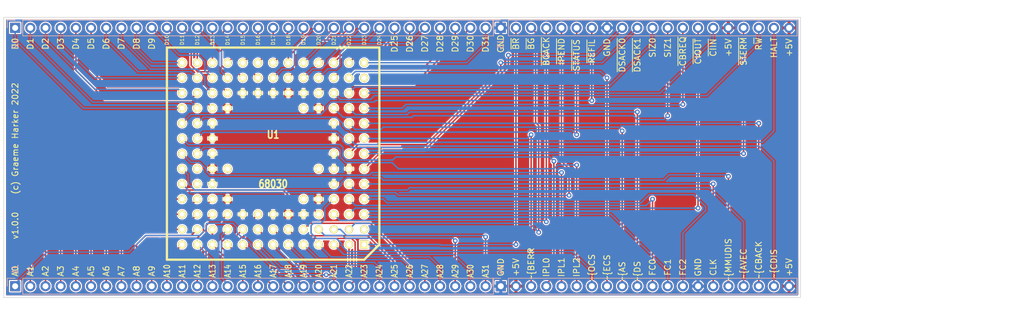
<source format=kicad_pcb>
(kicad_pcb (version 20211014) (generator pcbnew)
  (layers (0 "F.Cu" signal) (31 "B.Cu" signal) (34 "B.Paste" user) (35 "F.Paste" user) (36 "B.SilkS" user "B.Silkscreen") (37 "F.SilkS" user "F.Silkscreen") (38 "B.Mask" user) (39 "F.Mask" user) (44 "Edge.Cuts" user))
  (net 0 "")
  (net 1 "/A0")
  (net 2 "/A30")
  (net 3 "/A28")
  (net 4 "/A26")
  (net 5 "/A24")
  (net 6 "/A23")
  (net 7 "/A21")
  (net 8 "/A19")
  (net 9 "/A17")
  (net 10 "/A15")
  (net 11 "/A13")
  (net 12 "/A10")
  (net 13 "/A31")
  (net 14 "/A29")
  (net 15 "/A27")
  (net 16 "/A25")
  (net 17 "/A22")
  (net 18 "/A20")
  (net 19 "/A16")
  (net 20 "/A14")
  (net 21 "/A12")
  (net 22 "/A8")
  (net 23 "/A7")
  (net 24 "/FC1")
  (net 25 "/A1")
  (net 26 "GND")
  (net 27 "/A18")
  (net 28 "/A11")
  (net 29 "/A9")
  (net 30 "/A5")
  (net 31 "/A4")
  (net 32 "/FC2")
  (net 33 "/FC0")
  (net 35 "/A6")
  (net 36 "/A3")
  (net 37 "/A2")
  (net 38 "/CLK")
  (net 39 "/~{AVEC}")
  (net 43 "/IPL2")
  (net 44 "/IPL1")
  (net 45 "/~{BERR}")
  (net 46 "/IPL0")
  (net 48 "/D5")
  (net 49 "/D1")
  (net 50 "/D0")
  (net 51 "/D4")
  (net 52 "/D2")
  (net 53 "/D3")
  (net 54 "/D30")
  (net 55 "/D10")
  (net 56 "/D7")
  (net 57 "/D29")
  (net 58 "/D27")
  (net 59 "/D24")
  (net 60 "/D22")
  (net 61 "/D20")
  (net 62 "/D17")
  (net 63 "/D14")
  (net 64 "/D12")
  (net 65 "/D9")
  (net 66 "/D6")
  (net 67 "/D31")
  (net 68 "/D28")
  (net 69 "/D26")
  (net 70 "/D25")
  (net 71 "/D23")
  (net 72 "/D21")
  (net 73 "/D19")
  (net 74 "/D18")
  (net 75 "/D16")
  (net 76 "/D15")
  (net 77 "/D13")
  (net 78 "/D11")
  (net 79 "/D8")
  (net 80 "/~{BR}")
  (net 81 "/~{BG}")
  (net 82 "/~{BGACK}")
  (net 83 "/~{IPEND}")
  (net 84 "/~{STATUS}")
  (net 85 "/~{REFIL}")
  (net 86 "/~{DSACK0}")
  (net 87 "/~{DSACK1}")
  (net 88 "/~{CBREQ}")
  (net 89 "/~{CIOUT}")
  (net 90 "/~{CIIN}")
  (net 91 "/R{slash}~{W}")
  (net 92 "/~{HALT}")
  (net 93 "/~{OCS}")
  (net 94 "/~{ECS}")
  (net 95 "/~{AS}")
  (net 96 "/~{DS}")
  (net 97 "/~{CDIS}")
  (net 98 "/~{RMC}")
  (net 99 "+5V")
  (net 100 "/~{RESET}")
  (net 101 "/~{DBEN}")
  (net 102 "/SIZ0")
  (net 103 "/SIZ1")
  (net 104 "/~{STERM}")
  (net 105 "/~{MMUDIS}")
  (net 106 "/~{CBACK}")
  (footprint "PGA:PGA128" (layer "F.Cu") (at 134.62 86.36)
    (fp_text reference "U1")
    (fp_text value "68030")
  )
  (footprint "Connector_PinHeader_2.54mm:PinHeader_1x20_P2.54mm_Vertical" (layer "B.Cu") (at 172.72 65.278 -90)
    (fp_text reference "J3")
    (fp_text value "Conn_01x20")
  )
  (footprint "Connector_PinHeader_2.54mm:PinHeader_1x32_P2.54mm_Vertical" (layer "B.Cu") (at 91.435 108.585 -90)
    (fp_text reference "J1")
    (fp_text value "Conn_01x32")
  )
  (footprint "Connector_PinHeader_2.54mm:PinHeader_1x32_P2.54mm_Vertical" (layer "B.Cu") (at 91.44 65.278 -90)
    (fp_text reference "J2")
    (fp_text value "Conn_01x32")
  )
  (footprint "Connector_PinHeader_2.54mm:PinHeader_1x20_P2.54mm_Vertical" (layer "B.Cu") (at 172.72 108.585 -90)
    (fp_text reference "J4")
    (fp_text value "Conn_01x20")
  )
  (gr_line (start 222.885 110.49) (end 89.535 110.49) (layer "Edge.Cuts") (width 0.1))
  (gr_line (start 89.535 110.49) (end 89.535 63.5) (layer "Edge.Cuts") (width 0.1))
  (gr_line (start 222.885 63.5) (end 222.885 110.49) (layer "Edge.Cuts") (width 0.1))
  (gr_line (start 89.535 63.5) (end 222.885 63.5) (layer "Edge.Cuts") (width 0.1))
  (gr_text "~{ECS" (at 190.5 105.41 90) (layer "F.SilkS") (effects (font (size 1 1))))
  (gr_text "A18\n" (at 137.16 106.045 90) (layer "F.SilkS") (effects (font (size 1 0.8))))
  (gr_text "A5\n" (at 104.14 106.045 90) (layer "F.SilkS") (effects (font (size 1 1))))
  (gr_text "A11\n" (at 119.38 106.045 90) (layer "F.SilkS") (effects (font (size 1 0.8))))
  (gr_text "~{IPEND}" (at 182.88 69.215 90) (layer "F.SilkS") (effects (font (size 1 1))))
  (gr_text "A24\n" (at 152.4 106.045 90) (layer "F.SilkS") (effects (font (size 1 0.8))))
  (gr_text "GND" (at 190.5 68.58 90) (layer "F.SilkS") (effects (font (size 1 1))))
  (gr_text "A12\n" (at 121.92 106.045 90) (layer "F.SilkS") (effects (font (size 1 0.8))))
  (gr_text "~{BGACK}" (at 180.34 69.215 90) (layer "F.SilkS") (effects (font (size 1 1))))
  (gr_text "D3\n" (at 99.06 67.945 90) (layer "F.SilkS") (effects (font (size 1 1))))
  (gr_text "D8\n" (at 111.76 67.945 90) (layer "F.SilkS") (effects (font (size 1 1))))
  (gr_text "~{CBACK" (at 215.9 104.14 90) (layer "F.SilkS") (effects (font (size 1 1))))
  (gr_text "D7\n" (at 109.22 67.945 90) (layer "F.SilkS") (effects (font (size 1 1))))
  (gr_text "A17\n" (at 134.62 106.045 90) (layer "F.SilkS") (effects (font (size 1 0.8))))
  (gr_text "~{BR}" (at 175.26 67.945 90) (layer "F.SilkS") (effects (font (size 1 1))))
  (gr_text "A22\n" (at 147.32 106.045 90) (layer "F.SilkS") (effects (font (size 1 0.8))))
  (gr_text "~{AVEC" (at 213.36 104.775 90) (layer "F.SilkS") (effects (font (size 1 1))))
  (gr_text "D15\n" (at 129.54 67.31 90) (layer "F.SilkS") (effects (font (size 0.6 0.6) (thickness 0.1))))
  (gr_text "+5V\n" (at 175.26 105.41 90) (layer "F.SilkS") (effects (font (size 1 1))))
  (gr_text "+5V" (at 210.82 68.58 90) (layer "F.SilkS") (effects (font (size 1 1))))
  (gr_text "D19" (at 139.7 67.31 90) (layer "F.SilkS") (effects (font (size 0.6 0.6) (thickness 0.1))))
  (gr_text "A30" (at 167.64 106.045 90) (layer "F.SilkS") (effects (font (size 1 0.8))))
  (gr_text "A23\n" (at 149.86 106.045 90) (layer "F.SilkS") (effects (font (size 1 0.8))))
  (gr_text "A13\n" (at 124.46 106.045 90) (layer "F.SilkS") (effects (font (size 1 0.8))))
  (gr_text "D11\n" (at 119.38 67.31 90) (layer "F.SilkS") (effects (font (size 0.6 0.6) (thickness 0.1))))
  (gr_text "D13\n" (at 124.46 67.31 90) (layer "F.SilkS") (effects (font (size 0.6 0.6) (thickness 0.1))))
  (gr_text "A10\n" (at 116.84 106.045 90) (layer "F.SilkS") (effects (font (size 1 0.8))))
  (gr_text "D1" (at 93.98 67.945 90) (layer "F.SilkS") (effects (font (size 1 1))))
  (gr_text "D16\n" (at 132.08 67.31 90) (layer "F.SilkS") (effects (font (size 0.6 0.6) (thickness 0.1))))
  (gr_text "D27\n" (at 160.02 67.945 90) (layer "F.SilkS") (effects (font (size 1 1))))
  (gr_text "~{REFIL}" (at 187.96 69.215 90) (layer "F.SilkS") (effects (font (size 1 1))))
  (gr_text "A27\n" (at 160.02 106.045 90) (layer "F.SilkS") (effects (font (size 1 0.8))))
  (gr_text "D10\n" (at 116.84 67.31 90) (layer "F.SilkS") (effects (font (size 0.6 0.6) (thickness 0.1))))
  (gr_text "+5V" (at 220.98 105.41 90) (layer "F.SilkS") (effects (font (size 1 1))))
  (gr_text "~{CDIS" (at 218.44 104.775 90) (layer "F.SilkS") (effects (font (size 1 1))))
  (gr_text "~{BERR" (at 177.8 104.775 90) (layer "F.SilkS") (effects (font (size 1 1))))
  (gr_text "~{MMUDIS" (at 210.82 104.14 90) (layer "F.SilkS") (effects (font (size 1 1))))
  (gr_text "FC1" (at 200.66 105.41 90) (layer "F.SilkS") (effects (font (size 1 1))))
  (gr_text "A8\n" (at 111.76 106.045 90) (layer "F.SilkS") (effects (font (size 1 1))))
  (gr_text "~{STATUS}" (at 185.42 69.85 90) (layer "F.SilkS") (effects (font (size 1 1))))
  (gr_text "D6\n" (at 106.68 67.945 90) (layer "F.SilkS") (effects (font (size 1 1))))
  (gr_text "+5V" (at 220.98 68.58 90) (layer "F.SilkS") (effects (font (size 1 1))))
  (gr_text "A1\n" (at 93.98 106.045 90) (layer "F.SilkS") (effects (font (size 1 1))))
  (gr_text "D31\n" (at 170.18 67.945 90) (layer "F.SilkS") (effects (font (size 1 1))))
  (gr_text "A3\n" (at 99.06 106.045 90) (layer "F.SilkS") (effects (font (size 1 1))))
  (gr_text "D25\n" (at 154.94 67.945 90) (layer "F.SilkS") (effects (font (size 1 1))))
  (gr_text "FC0\n" (at 198.12 105.41 90) (layer "F.SilkS") (effects (font (size 1 1))))
  (gr_text "A31\n" (at 170.18 106.045 90) (layer "F.SilkS") (effects (font (size 1 0.8))))
  (gr_text "D28" (at 162.56 67.945 90) (layer "F.SilkS") (effects (font (size 1 1))))
  (gr_text "D23" (at 149.86 67.31 90) (layer "F.SilkS") (effects (font (size 0.6 0.6) (thickness 0.1))))
  (gr_text "D5\n" (at 104.14 67.945 90) (layer "F.SilkS") (effects (font (size 1 1))))
  (gr_text "D14\n" (at 127 67.31 90) (layer "F.SilkS") (effects (font (size 0.6 0.6) (thickness 0.1))))
  (gr_text "CLK\n" (at 208.28 105.41 90) (layer "F.SilkS") (effects (font (size 1 1))))
  (gr_text "A9\n" (at 114.3 106.045 90) (layer "F.SilkS") (effects (font (size 1 1))))
  (gr_text "D0\n" (at 91.44 67.945 90) (layer "F.SilkS") (effects (font (size 1 1))))
  (gr_text "A19\n" (at 139.7 106.045 90) (layer "F.SilkS") (effects (font (size 1 0.8))))
  (gr_text "SIZ1" (at 200.66 68.58 90) (layer "F.SilkS") (effects (font (size 1 1))))
  (gr_text "D29" (at 165.1 67.945 90) (layer "F.SilkS") (effects (font (size 1 1))))
  (gr_text "D17\n" (at 134.62 67.31 90) (layer "F.SilkS") (effects (font (size 0.6 0.6) (thickness 0.1))))
  (gr_text "A20" (at 142.24 106.045 90) (layer "F.SilkS") (effects (font (size 1 0.8))))
  (gr_text "A26\n" (at 157.48 106.045 90) (layer "F.SilkS") (effects (font (size 1 0.8))))
  (gr_text "A14" (at 127 106.045 90) (layer "F.SilkS") (effects (font (size 1 0.8))))
  (gr_text "A4\n" (at 101.6 106.045 90) (layer "F.SilkS") (effects (font (size 1 1))))
  (gr_text "GND" (at 172.72 67.945 90) (layer "F.SilkS") (effects (font (size 1 1))))
  (gr_text "D9\n" (at 114.3 67.945 90) (layer "F.SilkS") (effects (font (size 1 1))))
  (gr_text "D2" (at 96.52 67.945 90) (layer "F.SilkS") (effects (font (size 1 1))))
  (gr_text "GND\n" (at 172.72 105.41 90) (layer "F.SilkS") (effects (font (size 1 1))))
  (gr_text "A28\n" (at 162.56 106.045 90) (layer "F.SilkS") (effects (font (size 1 0.8))))
  (gr_text "D30\n" (at 167.64 67.945 90) (layer "F.SilkS") (effects (font (size 1 1))))
  (gr_text "FC2\n" (at 203.2 105.41 90) (layer "F.SilkS") (effects (font (size 1 1))))
  (gr_text "~{STERM}" (at 213.36 69.215 90) (layer "F.SilkS") (effects (font (size 1 1))))
  (gr_text "A6\n" (at 106.68 106.045 90) (layer "F.SilkS") (effects (font (size 1 1))))
  (gr_text "A29\n" (at 165.1 106.045 90) (layer "F.SilkS") (effects (font (size 1 0.8))))
  (gr_text "~{DS" (at 195.58 106.045 90) (layer "F.SilkS") (effects (font (size 1 1))))
  (gr_text "D22" (at 147.32 67.31 90) (layer "F.SilkS") (effects (font (size 0.6 0.6) (thickness 0.1))))
  (gr_text "D4\n" (at 101.6 67.945 90) (layer "F.SilkS") (effects (font (size 1 1))))
  (gr_text "D26" (at 157.48 67.945 90) (layer "F.SilkS") (effects (font (size 1 1))))
  (gr_text "~{CIIN}" (at 208.28 68.58 90) (layer "F.SilkS") (effects (font (size 1 1))))
  (gr_text "A0\n" (at 91.44 106.045 90) (layer "F.SilkS") (effects (font (size 1 1))))
  (gr_text "R~{W}" (at 215.9 67.945 90) (layer "F.SilkS") (effects (font (size 1 1))))
  (gr_text "D12\n" (at 121.92 67.31 90) (layer "F.SilkS") (effects (font (size 0.6 0.6) (thickness 0.1))))
  (gr_text "~{CBREQ}" (at 203.2 69.215 90) (layer "F.SilkS") (effects (font (size 1 1))))
  (gr_text "D20" (at 142.24 67.31 90) (layer "F.SilkS") (effects (font (size 0.6 0.6) (thickness 0.1))))
  (gr_text "D24\n" (at 152.4 67.31 90) (layer "F.SilkS") (effects (font (size 0.6 0.6) (thickness 0.1))))
  (gr_text "IPL0\n" (at 180.34 105.41 90) (layer "F.SilkS") (effects (font (size 1 1))))
  (gr_text "~{DSACK0}" (at 193.04 69.85 90) (layer "F.SilkS") (effects (font (size 1 1))))
  (gr_text "SIZ0" (at 198.12 68.58 90) (layer "F.SilkS") (effects (font (size 1 1))))
  (gr_text "A15\n" (at 129.54 106.045 90) (layer "F.SilkS") (effects (font (size 1 0.8))))
  (gr_text "(c) Graeme Harker 2022" (at 91.44 83.82 90) (layer "F.SilkS") (effects (font (size 1 1))))
  (gr_text "IPL2\n" (at 185.42 105.41 90) (layer "F.SilkS") (effects (font (size 1 1))))
  (gr_text "~{BG}" (at 177.8 67.945 90) (layer "F.SilkS") (effects (font (size 1 1))))
  (gr_text "D21" (at 144.78 67.31 90) (layer "F.SilkS") (effects (font (size 0.6 0.6) (thickness 0.1))))
  (gr_text "~{AS" (at 193.04 106.045 90) (layer "F.SilkS") (effects (font (size 1 1))))
  (gr_text "A25\n" (at 154.94 106.045 90) (layer "F.SilkS") (effects (font (size 1 0.8))))
  (gr_text "A2\n" (at 96.52 106.045 90) (layer "F.SilkS") (effects (font (size 1 1))))
  (gr_text "v1.0.0" (at 91.44 98.425 90) (layer "F.SilkS") (effects (font (size 1 1))))
  (gr_text "~{DSACK1}" (at 195.58 69.85 90) (layer "F.SilkS") (effects (font (size 1 1))))
  (gr_text "A7\n" (at 109.22 106.045 90) (layer "F.SilkS") (effects (font (size 1 1))))
  (gr_text "D18" (at 137.16 67.31 90) (layer "F.SilkS") (effects (font (size 0.6 0.6) (thickness 0.1))))
  (gr_text "HALT" (at 218.44 68.58 90) (layer "F.SilkS") (effects (font (size 1 1))))
  (gr_text "A16\n" (at 132.08 106.045 90) (layer "F.SilkS") (effects (font (size 1 0.8))))
  (gr_text "~{OCS" (at 187.96 105.41 90) (layer "F.SilkS") (effects (font (size 1 1))))
  (gr_text "GND" (at 205.74 105.41 90) (layer "F.SilkS") (effects (font (size 1 1))))
  (gr_text "A21\n" (at 144.78 106.045 90) (layer "F.SilkS") (effects (font (size 1 0.8))))
  (gr_text "~{CIOUT}" (at 205.74 69.215 90) (layer "F.SilkS") (effects (font (size 1 1))))
  (gr_text "IPL1\n" (at 182.88 105.41 90) (layer "F.SilkS") (effects (font (size 1 1))))
  (segment (start 146.685 106.68) (end 143.51 106.68) (width 0.25) (layer "F.Cu") (net 1))
  (segment (start 147.32 106.045) (end 146.685 106.68) (width 0.25) (layer "F.Cu") (net 1))
  (segment (start 147.32 101.6) (end 147.32 106.045) (width 0.25) (layer "F.Cu") (net 1))
  (via (at 143.51 106.68) (size 0.8) (drill 0.4) (layers "F.Cu" "B.Cu") (net 1))
  (segment (start 123.578011 98.036989) (end 123.436989 98.178011) (width 0.25) (layer "B.Cu") (net 1))
  (segment (start 130.81 101.423243) (end 129.963746 100.576989) (width 0.25) (layer "B.Cu") (net 1))
  (segment (start 122.343746 100.083011) (end 113.276989 100.083011) (width 0.25) (layer "B.Cu") (net 1))
  (segment (start 129.54 100.576989) (end 128.516989 99.553978) (width 0.25) (layer "B.Cu") (net 1))
  (segment (start 123.436989 98.989768) (end 122.343746 100.083011) (width 0.25) (layer "B.Cu") (net 1))
  (segment (start 96.769 102.87) (end 91.435 108.204) (width 0.25) (layer "B.Cu") (net 1))
  (segment (start 123.436989 98.178011) (end 123.436989 98.989768) (width 0.25) (layer "B.Cu") (net 1))
  (segment (start 127.881989 98.036989) (end 123.578011 98.036989) (width 0.25) (layer "B.Cu") (net 1))
  (segment (start 143.51 106.68) (end 135.713243 106.68) (width 0.25) (layer "B.Cu") (net 1))
  (segment (start 130.81 101.776757) (end 130.81 101.423243) (width 0.25) (layer "B.Cu") (net 1))
  (segment (start 113.276989 100.083011) (end 110.49 102.87) (width 0.25) (layer "B.Cu") (net 1))
  (segment (start 135.713243 106.68) (end 130.81 101.776757) (width 0.25) (layer "B.Cu") (net 1))
  (segment (start 128.516989 98.671989) (end 127.881989 98.036989) (width 0.25) (layer "B.Cu") (net 1))
  (segment (start 128.516989 99.553978) (end 128.516989 98.671989) (width 0.25) (layer "B.Cu") (net 1))
  (segment (start 129.963746 100.576989) (end 129.54 100.576989) (width 0.25) (layer "B.Cu") (net 1))
  (segment (start 110.49 102.87) (end 96.769 102.87) (width 0.25) (layer "B.Cu") (net 1))
  (segment (start 164.82596 103.24096) (end 146.42096 103.24096) (width 0.25) (layer "B.Cu") (net 2))
  (segment (start 167.635 108.204) (end 167.635 106.05) (width 0.25) (layer "B.Cu") (net 2))
  (segment (start 146.42096 103.24096) (end 144.78 101.6) (width 0.25) (layer "B.Cu") (net 2))
  (segment (start 167.635 106.05) (end 164.82596 103.24096) (width 0.25) (layer "B.Cu") (net 2))
  (segment (start 162.555 105.415) (end 162.555 108.204) (width 0.25) (layer "B.Cu") (net 3))
  (segment (start 162.555 105.415) (end 162.555 105.405) (width 0.25) (layer "B.Cu") (net 3))
  (segment (start 142.24 101.6) (end 144.33048 103.69048) (width 0.25) (layer "B.Cu") (net 3))
  (segment (start 162.555 105.405) (end 160.84048 103.69048) (width 0.25) (layer "B.Cu") (net 3))
  (segment (start 144.33048 103.69048) (end 160.84048 103.69048) (width 0.25) (layer "B.Cu") (net 3))
  (segment (start 156.21 104.14) (end 157.48 105.41) (width 0.25) (layer "B.Cu") (net 4))
  (segment (start 157.475 105.415) (end 157.475 108.204) (width 0.25) (layer "B.Cu") (net 4))
  (segment (start 139.7 101.6) (end 142.24 104.14) (width 0.25) (layer "B.Cu") (net 4))
  (segment (start 142.24 104.14) (end 156.21 104.14) (width 0.25) (layer "B.Cu") (net 4))
  (segment (start 137.16 101.6) (end 140.14952 104.58952) (width 0.25) (layer "B.Cu") (net 5))
  (segment (start 151.57952 104.58952) (end 152.4 105.41) (width 0.25) (layer "B.Cu") (net 5))
  (segment (start 152.395 105.415) (end 152.395 108.204) (width 0.25) (layer "B.Cu") (net 5))
  (segment (start 140.14952 104.58952) (end 151.57952 104.58952) (width 0.25) (layer "B.Cu") (net 5))
  (segment (start 134.62 101.6) (end 138.05904 105.03904) (width 0.25) (layer "B.Cu") (net 6))
  (segment (start 138.05904 105.03904) (end 149.48904 105.03904) (width 0.25) (layer "B.Cu") (net 6))
  (segment (start 149.48904 105.03904) (end 149.855 105.405) (width 0.25) (layer "B.Cu") (net 6))
  (segment (start 149.855 105.405) (end 149.855 108.204) (width 0.25) (layer "B.Cu") (net 6))
  (segment (start 132.08 101.6) (end 135.96856 105.48856) (width 0.25) (layer "B.Cu") (net 7))
  (segment (start 144.22356 105.48856) (end 144.775 106.04) (width 0.25) (layer "B.Cu") (net 7))
  (segment (start 144.775 106.04) (end 144.775 108.204) (width 0.25) (layer "B.Cu") (net 7))
  (segment (start 135.96856 105.48856) (end 144.22356 105.48856) (width 0.25) (layer "B.Cu") (net 7))
  (segment (start 136.525 106.045) (end 137.155 106.045) (width 0.25) (layer "F.Cu") (net 8))
  (segment (start 129.54 101.6) (end 133.985 106.045) (width 0.25) (layer "F.Cu") (net 8))
  (segment (start 137.155 106.045) (end 139.695 108.585) (width 0.25) (layer "F.Cu") (net 8))
  (segment (start 133.985 106.045) (end 136.525 106.045) (width 0.25) (layer "F.Cu") (net 8))
  (segment (start 132.71 106.68) (end 134.615 108.585) (width 0.25) (layer "F.Cu") (net 9))
  (segment (start 132.08 106.68) (end 132.71 106.68) (width 0.25) (layer "F.Cu") (net 9))
  (segment (start 127 101.6) (end 132.08 106.68) (width 0.25) (layer "F.Cu") (net 9))
  (segment (start 129.535 106.675) (end 129.535 108.585) (width 0.25) (layer "F.Cu") (net 10))
  (segment (start 124.46 101.6) (end 129.535 106.675) (width 0.25) (layer "F.Cu") (net 10))
  (segment (start 124.455 104.135) (end 124.455 108.204) (width 0.25) (layer "B.Cu") (net 11))
  (segment (start 121.92 101.6) (end 124.455 104.135) (width 0.25) (layer "B.Cu") (net 11))
  (segment (start 119.38 101.6) (end 116.835 104.145) (width 0.25) (layer "F.Cu") (net 12))
  (segment (start 116.835 104.145) (end 116.835 108.585) (width 0.25) (layer "F.Cu") (net 12))
  (segment (start 170.18 100.33) (end 170.175 108.585) (width 0.25) (layer "F.Cu") (net 13))
  (via (at 170.18 100.33) (size 0.8) (drill 0.4) (layers "F.Cu" "B.Cu") (net 13))
  (segment (start 144.78 99.06) (end 145.873243 99.06) (width 0.25) (layer "B.Cu") (net 13))
  (segment (start 145.873243 99.06) (end 146.896254 100.083011) (width 0.25) (layer "B.Cu") (net 13))
  (segment (start 169.933011 100.083011) (end 170.18 100.33) (width 0.25) (layer "B.Cu") (net 13))
  (segment (start 146.896254 100.083011) (end 169.933011 100.083011) (width 0.25) (layer "B.Cu") (net 13))
  (segment (start 165.1 100.965) (end 165.095 108.585) (width 0.25) (layer "F.Cu") (net 14))
  (via (at 165.1 100.965) (size 0.8) (drill 0.4) (layers "F.Cu" "B.Cu") (net 14))
  (segment (start 142.24 99.06) (end 143.263011 100.083011) (width 0.25) (layer "B.Cu") (net 14))
  (segment (start 143.263011 100.083011) (end 146.260536 100.083011) (width 0.25) (layer "B.Cu") (net 14))
  (segment (start 146.260536 100.083011) (end 146.710056 100.532531) (width 0.25) (layer "B.Cu") (net 14))
  (segment (start 164.667531 100.532531) (end 165.1 100.965) (width 0.25) (layer "B.Cu") (net 14))
  (segment (start 146.710056 100.532531) (end 164.667531 100.532531) (width 0.25) (layer "B.Cu") (net 14))
  (segment (start 139.7 99.06) (end 140.723011 98.036989) (width 0.25) (layer "F.Cu") (net 15))
  (segment (start 150.883011 98.036989) (end 160.02 107.173978) (width 0.25) (layer "F.Cu") (net 15))
  (segment (start 160.02 107.173978) (end 160.02 108.199) (width 0.25) (layer "F.Cu") (net 15))
  (segment (start 160.02 108.199) (end 160.015 108.204) (width 0.25) (layer "F.Cu") (net 15))
  (segment (start 140.723011 98.036989) (end 150.883011 98.036989) (width 0.25) (layer "F.Cu") (net 15))
  (segment (start 137.16 99.06) (end 138.183011 100.083011) (width 0.25) (layer "F.Cu") (net 16))
  (segment (start 150.433491 100.127469) (end 154.935 104.628978) (width 0.25) (layer "F.Cu") (net 16))
  (segment (start 138.227469 100.127469) (end 150.433491 100.127469) (width 0.25) (layer "F.Cu") (net 16))
  (segment (start 137.16 99.06) (end 138.227469 100.127469) (width 0.25) (layer "F.Cu") (net 16))
  (segment (start 154.935 104.628978) (end 154.935 108.585) (width 0.25) (layer "F.Cu") (net 16))
  (segment (start 148.343011 107.556989) (end 147.315 108.585) (width 0.25) (layer "F.Cu") (net 17))
  (segment (start 148.343011 101.176254) (end 148.343011 107.556989) (width 0.25) (layer "F.Cu") (net 17))
  (segment (start 147.743746 100.576989) (end 148.343011 101.176254) (width 0.25) (layer "F.Cu") (net 17))
  (segment (start 134.62 99.06) (end 136.136989 100.576989) (width 0.25) (layer "F.Cu") (net 17))
  (segment (start 136.136989 100.576989) (end 147.743746 100.576989) (width 0.25) (layer "F.Cu") (net 17))
  (segment (start 136.136989 102.105989) (end 136.136989 102.486989) (width 0.25) (layer "F.Cu") (net 18))
  (segment (start 136.136989 101.212707) (end 136.136989 102.105989) (width 0.25) (layer "F.Cu") (net 18))
  (segment (start 135.007293 100.083011) (end 136.136989 101.212707) (width 0.25) (layer "F.Cu") (net 18))
  (segment (start 132.08 99.06) (end 133.103011 100.083011) (width 0.25) (layer "F.Cu") (net 18))
  (segment (start 133.103011 100.083011) (end 135.007293 100.083011) (width 0.25) (layer "F.Cu") (net 18))
  (segment (start 136.136989 102.486989) (end 142.235 108.585) (width 0.25) (layer "F.Cu") (net 18))
  (segment (start 126.576254 100.576989) (end 125.976989 101.176254) (width 0.25) (layer "F.Cu") (net 19))
  (segment (start 125.976989 101.176254) (end 125.976989 102.023746) (width 0.25) (layer "F.Cu") (net 19))
  (segment (start 132.079283 108.199717) (end 132.075 108.204) (width 0.25) (layer "F.Cu") (net 19))
  (segment (start 127.634641 102.870359) (end 132.079283 107.315) (width 0.25) (layer "F.Cu") (net 19))
  (segment (start 128.023011 100.576989) (end 126.576254 100.576989) (width 0.25) (layer "F.Cu") (net 19))
  (segment (start 132.079283 107.315) (end 132.079283 108.199717) (width 0.25) (layer "F.Cu") (net 19))
  (segment (start 125.976989 102.023746) (end 126.823602 102.870359) (width 0.25) (layer "F.Cu") (net 19))
  (segment (start 126.823602 102.870359) (end 127.634641 102.870359) (width 0.25) (layer "F.Cu") (net 19))
  (segment (start 129.54 99.06) (end 128.023011 100.576989) (width 0.25) (layer "F.Cu") (net 19))
  (segment (start 125.976989 100.083011) (end 125.976989 107.185989) (width 0.25) (layer "B.Cu") (net 20))
  (segment (start 125.976989 107.185989) (end 126.995 108.204) (width 0.25) (layer "B.Cu") (net 20))
  (segment (start 127 99.06) (end 125.976989 100.083011) (width 0.25) (layer "B.Cu") (net 20))
  (segment (start 123.392531 105.197469) (end 121.915 106.675) (width 0.25) (layer "F.Cu") (net 21))
  (segment (start 124.46 99.06) (end 124.46 99.897531) (width 0.25) (layer "F.Cu") (net 21))
  (segment (start 121.915 106.675) (end 121.915 108.585) (width 0.25) (layer "F.Cu") (net 21))
  (segment (start 124.46 99.897531) (end 123.392531 100.965) (width 0.25) (layer "F.Cu") (net 21))
  (segment (start 123.392531 100.965) (end 123.392531 105.197469) (width 0.25) (layer "F.Cu") (net 21))
  (segment (start 113.276989 100.083011) (end 111.755 101.605) (width 0.25) (layer "F.Cu") (net 22))
  (segment (start 120.896989 100.083011) (end 113.276989 100.083011) (width 0.25) (layer "F.Cu") (net 22))
  (segment (start 111.755 101.605) (end 111.755 108.585) (width 0.25) (layer "F.Cu") (net 22))
  (segment (start 121.92 99.06) (end 120.896989 100.083011) (width 0.25) (layer "F.Cu") (net 22))
  (segment (start 111.125 99.06) (end 109.215 100.97) (width 0.25) (layer "F.Cu") (net 23))
  (segment (start 109.215 100.97) (end 109.215 108.585) (width 0.25) (layer "F.Cu") (net 23))
  (segment (start 119.38 99.06) (end 111.125 99.06) (width 0.25) (layer "F.Cu") (net 23))
  (segment (start 200.66 106.045) (end 191.135 96.52) (width 0.25) (layer "B.Cu") (net 24))
  (segment (start 191.135 96.52) (end 149.86 96.52) (width 0.25) (layer "B.Cu") (net 24))
  (segment (start 200.66 108.204) (end 200.66 106.045) (width 0.25) (layer "B.Cu") (net 24))
  (segment (start 94.861989 92.463011) (end 93.975 93.35) (width 0.25) (layer "F.Cu") (net 25))
  (segment (start 142.24 96.52) (end 140.723011 95.003011) (width 0.25) (layer "F.Cu") (net 25))
  (segment (start 93.975 93.35) (end 93.975 108.204) (width 0.25) (layer "F.Cu") (net 25))
  (segment (start 140.723011 95.003011) (end 138.818011 95.003011) (width 0.25) (layer "F.Cu") (net 25))
  (segment (start 138.818011 95.003011) (end 136.278011 92.463011) (width 0.25) (layer "F.Cu") (net 25))
  (segment (start 136.278011 92.463011) (end 94.861989 92.463011) (width 0.25) (layer "F.Cu") (net 25))
  (segment (start 130.563011 98.036989) (end 132.08 96.52) (width 0.25) (layer "F.Cu") (net 27))
  (segment (start 134.621782 107.3175) (end 133.349282 106.045) (width 0.25) (layer "F.Cu") (net 27))
  (segment (start 130.563011 99.483746) (end 130.563011 98.036989) (width 0.25) (layer "F.Cu") (net 27))
  (segment (start 135.8875 107.3175) (end 134.621782 107.3175) (width 0.25) (layer "F.Cu") (net 27))
  (segment (start 133.349282 106.045) (end 132.538243 106.045) (width 0.25) (layer "F.Cu") (net 27))
  (segment (start 132.538243 106.045) (end 128.516989 102.023746) (width 0.25) (layer "F.Cu") (net 27))
  (segment (start 129.716398 100.330359) (end 130.563011 99.483746) (width 0.25) (layer "F.Cu") (net 27))
  (segment (start 129.362884 100.330359) (end 129.716398 100.330359) (width 0.25) (layer "F.Cu") (net 27))
  (segment (start 128.516989 102.023746) (end 128.516989 101.176254) (width 0.25) (layer "F.Cu") (net 27))
  (segment (start 137.155 108.585) (end 135.8875 107.3175) (width 0.25) (layer "F.Cu") (net 27))
  (segment (start 128.516989 101.176254) (end 129.362884 100.330359) (width 0.25) (layer "F.Cu") (net 27))
  (segment (start 123.392531 98.425) (end 124.027531 97.79) (width 0.25) (layer "F.Cu") (net 28))
  (segment (start 124.027531 97.79) (end 125.73 97.79) (width 0.25) (layer "F.Cu") (net 28))
  (segment (start 119.375 105.591757) (end 119.375 108.585) (width 0.25) (layer "F.Cu") (net 28))
  (segment (start 122.943011 102.023746) (end 122.943011 100.119464) (width 0.25) (layer "F.Cu") (net 28))
  (segment (start 122.943011 100.119464) (end 123.392531 99.669943) (width 0.25) (layer "F.Cu") (net 28))
  (segment (start 122.943011 102.023746) (end 119.375 105.591757) (width 0.25) (layer "F.Cu") (net 28))
  (segment (start 123.392531 99.669943) (end 123.392531 98.425) (width 0.25) (layer "F.Cu") (net 28))
  (segment (start 125.73 97.79) (end 127 96.52) (width 0.25) (layer "F.Cu") (net 28))
  (segment (start 122.943011 99.483746) (end 121.894226 100.532531) (width 0.25) (layer "F.Cu") (net 29))
  (segment (start 116.002469 100.532531) (end 114.295 102.24) (width 0.25) (layer "F.Cu") (net 29))
  (segment (start 114.295 102.24) (end 114.295 108.585) (width 0.25) (layer "F.Cu") (net 29))
  (segment (start 121.894226 100.532531) (end 116.002469 100.532531) (width 0.25) (layer "F.Cu") (net 29))
  (segment (start 124.46 96.52) (end 122.943011 98.036989) (width 0.25) (layer "F.Cu") (net 29))
  (segment (start 122.943011 98.036989) (end 122.943011 99.483746) (width 0.25) (layer "F.Cu") (net 29))
  (segment (start 104.135 99.7) (end 104.135 108.585) (width 0.25) (layer "F.Cu") (net 30))
  (segment (start 120.896989 97.543011) (end 106.291989 97.543011) (width 0.25) (layer "F.Cu") (net 30))
  (segment (start 121.92 96.52) (end 120.896989 97.543011) (width 0.25) (layer "F.Cu") (net 30))
  (segment (start 106.291989 97.543011) (end 104.135 99.7) (width 0.25) (layer "F.Cu") (net 30))
  (segment (start 101.595 97.795) (end 101.595 108.585) (width 0.25) (layer "F.Cu") (net 31))
  (segment (start 119.38 96.52) (end 102.87 96.52) (width 0.25) (layer "F.Cu") (net 31))
  (segment (start 102.87 96.52) (end 101.595 97.795) (width 0.25) (layer "F.Cu") (net 31))
  (segment (start 207.01 95.25) (end 207.01 95.885) (width 0.25) (layer "B.Cu") (net 32))
  (segment (start 207.01 95.885) (end 203.2 99.695) (width 0.25) (layer "B.Cu") (net 32))
  (segment (start 196.232051 94.597949) (end 197.574511 93.255489) (width 0.25) (layer "B.Cu") (net 32))
  (segment (start 149.86 93.98) (end 153.034282 93.98) (width 0.25) (layer "B.Cu") (net 32))
  (segment (start 153.652231 94.597949) (end 196.232051 94.597949) (width 0.25) (layer "B.Cu") (net 32))
  (segment (start 153.034282 93.98) (end 153.652231 94.597949) (width 0.25) (layer "B.Cu") (net 32))
  (segment (start 205.015489 93.255489) (end 207.01 95.25) (width 0.25) (layer "B.Cu") (net 32))
  (segment (start 203.2 108.204) (end 203.2 99.695) (width 0.25) (layer "B.Cu") (net 32))
  (segment (start 197.574511 93.255489) (end 205.015489 93.255489) (width 0.25) (layer "B.Cu") (net 32))
  (segment (start 198.12 93.98) (end 198.12 108.585) (width 0.25) (layer "F.Cu") (net 33))
  (via (at 198.12 93.98) (size 0.8) (drill 0.4) (layers "F.Cu" "B.Cu") (net 33))
  (segment (start 197.052531 95.047469) (end 198.12 93.98) (width 0.25) (layer "B.Cu") (net 33))
  (segment (start 148.387469 95.047469) (end 197.052531 95.047469) (width 0.25) (layer "B.Cu") (net 33))
  (segment (start 147.32 93.98) (end 148.387469 95.047469) (width 0.25) (layer "B.Cu") (net 33))
  (segment (start 123.19 96.696757) (end 121.894226 97.992531) (width 0.25) (layer "F.Cu") (net 35))
  (segment (start 124.46 93.98) (end 123.19 95.25) (width 0.25) (layer "F.Cu") (net 35))
  (segment (start 109.652469 97.992531) (end 106.675 100.97) (width 0.25) (layer "F.Cu") (net 35))
  (segment (start 106.675 100.97) (end 106.675 108.585) (width 0.25) (layer "F.Cu") (net 35))
  (segment (start 121.894226 97.992531) (end 109.652469 97.992531) (width 0.25) (layer "F.Cu") (net 35))
  (segment (start 123.19 95.25) (end 123.19 96.696757) (width 0.25) (layer "F.Cu") (net 35))
  (segment (start 100.576989 95.003011) (end 120.896989 95.003011) (width 0.25) (layer "F.Cu") (net 36))
  (segment (start 120.896989 95.003011) (end 121.92 93.98) (width 0.25) (layer "F.Cu") (net 36))
  (segment (start 99.055 108.204) (end 99.055 96.525) (width 0.25) (layer "F.Cu") (net 36))
  (segment (start 99.055 96.525) (end 100.576989 95.003011) (width 0.25) (layer "F.Cu") (net 36))
  (segment (start 96.515 95.255) (end 97.79 93.98) (width 0.25) (layer "F.Cu") (net 37))
  (segment (start 97.79 93.98) (end 119.38 93.98) (width 0.25) (layer "F.Cu") (net 37))
  (segment (start 96.515 108.204) (end 96.515 95.255) (width 0.25) (layer "F.Cu") (net 37))
  (segment (start 208.28 91.44) (end 208.28 108.585) (width 0.25) (layer "F.Cu") (net 38))
  (via (at 208.28 91.44) (size 0.8) (drill 0.4) (layers "F.Cu" "B.Cu") (net 38))
  (segment (start 149.86 91.44) (end 208.28 91.44) (width 0.25) (layer "B.Cu") (net 38))
  (segment (start 157.091989 92.463011) (end 157.48 92.075) (width 0.25) (layer "B.Cu") (net 39))
  (segment (start 147.32 91.44) (end 148.343011 92.463011) (width 0.25) (layer "B.Cu") (net 39))
  (segment (start 148.343011 92.463011) (end 157.091989 92.463011) (width 0.25) (layer "B.Cu") (net 39))
  (segment (start 213.36 97.79) (end 213.36 108.204) (width 0.25) (layer "B.Cu") (net 39))
  (segment (start 157.48 92.075) (end 207.645 92.075) (width 0.25) (layer "B.Cu") (net 39))
  (segment (start 207.645 92.075) (end 213.36 97.79) (width 0.25) (layer "B.Cu") (net 39))
  (segment (start 185.42 88.265) (end 185.42 108.204) (width 0.25) (layer "F.Cu") (net 43))
  (via (at 185.42 88.265) (size 0.8) (drill 0.4) (layers "F.Cu" "B.Cu") (net 43))
  (segment (start 155.575 88.9) (end 181.61 88.9) (width 0.25) (layer "B.Cu") (net 43))
  (segment (start 145.847469 86.969944) (end 146.754514 87.876989) (width 0.25) (layer "B.Cu") (net 43))
  (segment (start 145.847469 85.725) (end 145.847469 86.969944) (width 0.25) (layer "B.Cu") (net 43))
  (segment (start 154.551989 87.876989) (end 155.575 88.9) (width 0.25) (layer "B.Cu") (net 43))
  (segment (start 122.987469 85.292531) (end 145.415 85.292531) (width 0.25) (layer "B.Cu") (net 43))
  (segment (start 181.61 88.9) (end 182.245 88.265) (width 0.25) (layer "B.Cu") (net 43))
  (segment (start 145.415 85.292531) (end 145.847469 85.725) (width 0.25) (layer "B.Cu") (net 43))
  (segment (start 121.92 86.36) (end 122.987469 85.292531) (width 0.25) (layer "B.Cu") (net 43))
  (segment (start 182.245 88.265) (end 185.42 88.265) (width 0.25) (layer "B.Cu") (net 43))
  (segment (start 146.754514 87.876989) (end 154.551989 87.876989) (width 0.25) (layer "B.Cu") (net 43))
  (segment (start 182.88 89.535) (end 182.88 108.204) (width 0.25) (layer "F.Cu") (net 44))
  (via (at 182.88 89.535) (size 0.8) (drill 0.4) (layers "F.Cu" "B.Cu") (net 44))
  (segment (start 177.8 89.535) (end 182.88 89.535) (width 0.25) (layer "B.Cu") (net 44))
  (segment (start 122.299288 87.832531) (end 123.436989 88.970232) (width 0.25) (layer "B.Cu") (net 44))
  (segment (start 150.697531 89.967469) (end 151.13 89.535) (width 0.25) (layer "B.Cu") (net 44))
  (segment (start 123.436989 88.970232) (end 123.436989 89.323746) (width 0.25) (layer "B.Cu") (net 44))
  (segment (start 120.852531 87.832531) (end 122.299288 87.832531) (width 0.25) (layer "B.Cu") (net 44))
  (segment (start 124.080712 89.967469) (end 150.697531 89.967469) (width 0.25) (layer "B.Cu") (net 44))
  (segment (start 119.38 86.36) (end 120.852531 87.832531) (width 0.25) (layer "B.Cu") (net 44))
  (segment (start 151.13 89.535) (end 179.705 89.535) (width 0.25) (layer "B.Cu") (net 44))
  (segment (start 123.436989 89.323746) (end 124.080712 89.967469) (width 0.25) (layer "B.Cu") (net 44))
  (segment (start 177.8 83.185) (end 177.8 108.585) (width 0.25) (layer "F.Cu") (net 45))
  (via (at 177.8 83.185) (size 0.8) (drill 0.4) (layers "F.Cu" "B.Cu") (net 45))
  (segment (start 177.165 83.82) (end 177.8 83.185) (width 0.25) (layer "B.Cu") (net 45))
  (segment (start 149.86 83.82) (end 177.165 83.82) (width 0.25) (layer "B.Cu") (net 45))
  (segment (start 181.61 106.934) (end 180.34 108.204) (width 0.25) (layer "F.Cu") (net 46))
  (segment (start 181.61 87.63) (end 181.61 106.934) (width 0.25) (layer "F.Cu") (net 46))
  (via (at 181.61 87.63) (size 0.8) (drill 0.4) (layers "F.Cu" "B.Cu") (net 46))
  (segment (start 145.803011 84.843011) (end 146.296989 85.336989) (width 0.25) (layer "B.Cu") (net 46))
  (segment (start 180.913491 86.933491) (end 181.61 87.63) (width 0.25) (layer "B.Cu") (net 46))
  (segment (start 146.940712 87.427469) (end 154.647835 87.427469) (width 0.25) (layer "B.Cu") (net 46))
  (segment (start 146.296989 86.783746) (end 146.940712 87.427469) (width 0.25) (layer "B.Cu") (net 46))
  (segment (start 154.647835 87.427469) (end 155.141813 86.933491) (width 0.25) (layer "B.Cu") (net 46))
  (segment (start 119.38 83.82) (end 120.403011 84.843011) (width 0.25) (layer "B.Cu") (net 46))
  (segment (start 146.296989 85.336989) (end 146.296989 86.783746) (width 0.25) (layer "B.Cu") (net 46))
  (segment (start 120.403011 84.843011) (end 145.803011 84.843011) (width 0.25) (layer "B.Cu") (net 46))
  (segment (start 155.141813 86.933491) (end 180.913491 86.933491) (width 0.25) (layer "B.Cu") (net 46))
  (segment (start 123.19 77.47) (end 124.46 78.74) (width 0.25) (layer "F.Cu") (net 48))
  (segment (start 106.926989 75.176989) (end 122.801989 75.176989) (width 0.25) (layer "F.Cu") (net 48))
  (segment (start 123.19 75.565) (end 123.19 77.47) (width 0.25) (layer "F.Cu") (net 48))
  (segment (start 104.14 65.278) (end 104.14 72.39) (width 0.25) (layer "F.Cu") (net 48))
  (segment (start 104.14 72.39) (end 106.926989 75.176989) (width 0.25) (layer "F.Cu") (net 48))
  (segment (start 122.801989 75.176989) (end 123.19 75.565) (width 0.25) (layer "F.Cu") (net 48))
  (segment (start 93.98 67.31) (end 104.386989 77.716989) (width 0.25) (layer "B.Cu") (net 49))
  (segment (start 93.98 65.278) (end 93.98 67.31) (width 0.25) (layer "B.Cu") (net 49))
  (segment (start 120.896989 77.716989) (end 121.92 78.74) (width 0.25) (layer "B.Cu") (net 49))
  (segment (start 104.386989 77.716989) (end 120.896989 77.716989) (width 0.25) (layer "B.Cu") (net 49))
  (segment (start 102.87 78.74) (end 91.44 67.31) (width 0.25) (layer "B.Cu") (net 50))
  (segment (start 102.87 78.74) (end 119.38 78.74) (width 0.25) (layer "B.Cu") (net 50))
  (segment (start 91.44 65.278) (end 91.44 67.31) (width 0.25) (layer "B.Cu") (net 50))
  (segment (start 101.6 65.278) (end 101.6 72.39) (width 0.25) (layer "F.Cu") (net 51))
  (segment (start 120.896989 77.223011) (end 121.92 76.2) (width 0.25) (layer "F.Cu") (net 51))
  (segment (start 101.6 72.39) (end 106.433011 77.223011) (width 0.25) (layer "F.Cu") (net 51))
  (segment (start 106.433011 77.223011) (end 120.896989 77.223011) (width 0.25) (layer "F.Cu") (net 51))
  (segment (start 96.52 65.278) (end 96.52 67.31) (width 0.25) (layer "B.Cu") (net 52))
  (segment (start 104.775 75.565) (end 118.745 75.565) (width 0.25) (layer "B.Cu") (net 52))
  (segment (start 118.745 75.565) (end 119.38 76.2) (width 0.25) (layer "B.Cu") (net 52))
  (segment (start 96.52 67.31) (end 104.775 75.565) (width 0.25) (layer "B.Cu") (net 52))
  (segment (start 99.06 65.278) (end 99.06 67.945) (width 0.25) (layer "B.Cu") (net 53))
  (segment (start 104.775 73.66) (end 119.38 73.66) (width 0.25) (layer "B.Cu") (net 53))
  (segment (start 99.06 67.945) (end 104.775 73.66) (width 0.25) (layer "B.Cu") (net 53))
  (segment (start 143.756989 74.683011) (end 158.234989 74.683011) (width 0.25) (layer "F.Cu") (net 54))
  (segment (start 158.234989 74.683011) (end 167.64 65.278) (width 0.25) (layer "F.Cu") (net 54))
  (segment (start 142.24 76.2) (end 143.756989 74.683011) (width 0.25) (layer "F.Cu") (net 54))
  (segment (start 125.73 73.483243) (end 125.73 74.93) (width 0.25) (layer "F.Cu") (net 55))
  (segment (start 125.73 74.93) (end 127 76.2) (width 0.25) (layer "F.Cu") (net 55))
  (segment (start 121.990232 72.636989) (end 124.883746 72.636989) (width 0.25) (layer "F.Cu") (net 55))
  (segment (start 116.84 65.278) (end 120.896989 69.334989) (width 0.25) (layer "F.Cu") (net 55))
  (segment (start 124.883746 72.636989) (end 125.73 73.483243) (width 0.25) (layer "F.Cu") (net 55))
  (segment (start 120.896989 71.543746) (end 121.990232 72.636989) (width 0.25) (layer "F.Cu") (net 55))
  (segment (start 120.896989 69.334989) (end 120.896989 71.543746) (width 0.25) (layer "F.Cu") (net 55))
  (segment (start 122.643379 72.936621) (end 123.19 73.483243) (width 0.25) (layer "B.Cu") (net 56))
  (segment (start 123.19 74.93) (end 124.46 76.2) (width 0.25) (layer "B.Cu") (net 56))
  (segment (start 122.096757 72.39) (end 122.643379 72.936621) (width 0.25) (layer "B.Cu") (net 56))
  (segment (start 109.22 65.278) (end 109.22 67.31) (width 0.25) (layer "B.Cu") (net 56))
  (segment (start 114.097469 72.187469) (end 121.894226 72.187469) (width 0.25) (layer "B.Cu") (net 56))
  (segment (start 109.22 67.31) (end 114.097469 72.187469) (width 0.25) (layer "B.Cu") (net 56))
  (segment (start 121.894226 72.187469) (end 122.643379 72.936621) (width 0.25) (layer "B.Cu") (net 56))
  (segment (start 123.19 73.483243) (end 123.19 74.93) (width 0.25) (layer "B.Cu") (net 56))
  (segment (start 160.02 71.755) (end 160.020718 71.755) (width 0.25) (layer "F.Cu") (net 57))
  (segment (start 165.1 66.675718) (end 165.1 65.278) (width 0.25) (layer "F.Cu") (net 57))
  (segment (start 144.78 73.66) (end 146.296989 72.143011) (width 0.25) (layer "F.Cu") (net 57))
  (segment (start 159.631989 72.143011) (end 160.02 71.755) (width 0.25) (layer "F.Cu") (net 57))
  (segment (start 160.020718 71.755) (end 165.1 66.675718) (width 0.25) (layer "F.Cu") (net 57))
  (segment (start 146.296989 72.143011) (end 159.631989 72.143011) (width 0.25) (layer "F.Cu") (net 57))
  (segment (start 145.803011 69.461989) (end 147.32 67.945) (width 0.25) (layer "B.Cu") (net 58))
  (segment (start 157.353 67.945) (end 160.02 65.278) (width 0.25) (layer "B.Cu") (net 58))
  (segment (start 147.32 67.945) (end 157.353 67.945) (width 0.25) (layer "B.Cu") (net 58))
  (segment (start 142.24 73.66) (end 143.756989 72.143011) (width 0.25) (layer "B.Cu") (net 58))
  (segment (start 145.203746 72.143011) (end 145.803011 71.543746) (width 0.25) (layer "B.Cu") (net 58))
  (segment (start 143.756989 72.143011) (end 145.203746 72.143011) (width 0.25) (layer "B.Cu") (net 58))
  (segment (start 145.803011 71.543746) (end 145.803011 69.461989) (width 0.25) (layer "B.Cu") (net 58))
  (segment (start 143.756989 70.696254) (end 147.101692 67.351551) (width 0.25) (layer "B.Cu") (net 59))
  (segment (start 147.101692 67.351551) (end 150.326449 67.351551) (width 0.25) (layer "B.Cu") (net 59))
  (segment (start 150.326449 67.351551) (end 152.4 65.278) (width 0.25) (layer "B.Cu") (net 59))
  (segment (start 142.733978 72.143011) (end 143.756989 71.12) (width 0.25) (layer "B.Cu") (net 59))
  (segment (start 141.216989 72.143011) (end 142.733978 72.143011) (width 0.25) (layer "B.Cu") (net 59))
  (segment (start 143.756989 71.12) (end 143.756989 70.696254) (width 0.25) (layer "B.Cu") (net 59))
  (segment (start 139.7 73.66) (end 141.216989 72.143011) (width 0.25) (layer "B.Cu") (net 59))
  (segment (start 138.43 69.85) (end 140.97 67.31) (width 0.25) (layer "F.Cu") (net 60))
  (segment (start 137.16 73.66) (end 138.43 72.39) (width 0.25) (layer "F.Cu") (net 60))
  (segment (start 145.288 67.31) (end 147.32 65.278) (width 0.25) (layer "F.Cu") (net 60))
  (segment (start 140.97 67.31) (end 145.288 67.31) (width 0.25) (layer "F.Cu") (net 60))
  (segment (start 138.43 72.39) (end 138.43 69.85) (width 0.25) (layer "F.Cu") (net 60))
  (segment (start 137.583746 72.143011) (end 138.183011 71.543746) (width 0.25) (layer "B.Cu") (net 61))
  (segment (start 134.62 73.66) (end 136.136989 72.143011) (width 0.25) (layer "B.Cu") (net 61))
  (segment (start 138.183011 68.567989) (end 141.473 65.278) (width 0.25) (layer "B.Cu") (net 61))
  (segment (start 138.183011 71.543746) (end 138.183011 68.567989) (width 0.25) (layer "B.Cu") (net 61))
  (segment (start 136.136989 72.143011) (end 137.583746 72.143011) (width 0.25) (layer "B.Cu") (net 61))
  (segment (start 132.08 73.66) (end 130.81 72.39) (width 0.25) (layer "F.Cu") (net 62))
  (segment (start 130.81 72.39) (end 130.81 70.943243) (width 0.25) (layer "F.Cu") (net 62))
  (segment (start 130.81 70.943243) (end 134.62 67.133242) (width 0.25) (layer "F.Cu") (net 62))
  (segment (start 134.62 67.133242) (end 134.62 65.278) (width 0.25) (layer "F.Cu") (net 62))
  (segment (start 125.976989 71.543746) (end 126.823243 72.39) (width 0.25) (layer "F.Cu") (net 63))
  (segment (start 125.976989 66.301011) (end 125.976989 71.543746) (width 0.25) (layer "F.Cu") (net 63))
  (segment (start 126.823243 72.39) (end 128.27 72.39) (width 0.25) (layer "F.Cu") (net 63))
  (segment (start 128.27 72.39) (end 129.54 73.66) (width 0.25) (layer "F.Cu") (net 63))
  (segment (start 127 65.278) (end 125.976989 66.301011) (width 0.25) (layer "F.Cu") (net 63))
  (segment (start 125.976989 72.636989) (end 125.976989 69.647469) (width 0.25) (layer "B.Cu") (net 64))
  (segment (start 125.976989 69.334989) (end 125.976989 69.647469) (width 0.25) (layer "B.Cu") (net 64))
  (segment (start 127 73.66) (end 125.976989 72.636989) (width 0.25) (layer "B.Cu") (net 64))
  (segment (start 121.92 65.278) (end 125.976989 69.334989) (width 0.25) (layer "B.Cu") (net 64))
  (segment (start 118.872 69.85) (end 122.096757 69.85) (width 0.25) (layer "B.Cu") (net 65))
  (segment (start 114.3 65.278) (end 118.872 69.85) (width 0.25) (layer "B.Cu") (net 65))
  (segment (start 123.19 70.943243) (end 123.19 72.39) (width 0.25) (layer "B.Cu") (net 65))
  (segment (start 122.096757 69.85) (end 123.19 70.943243) (width 0.25) (layer "B.Cu") (net 65))
  (segment (start 123.19 72.39) (end 124.46 73.66) (width 0.25) (layer "B.Cu") (net 65))
  (segment (start 113.911989 72.636989) (end 113.271989 72.636989) (width 0.25) (layer "B.Cu") (net 66))
  (segment (start 112.006989 72.636989) (end 113.911989 72.636989) (width 0.25) (layer "B.Cu") (net 66))
  (segment (start 106.68 67.31) (end 112.006989 72.636989) (width 0.25) (layer "B.Cu") (net 66))
  (segment (start 106.68 65.278) (end 106.68 67.31) (width 0.25) (layer "B.Cu") (net 66))
  (segment (start 120.896989 72.636989) (end 113.911989 72.636989) (width 0.25) (layer "B.Cu") (net 66))
  (segment (start 121.92 73.66) (end 120.896989 72.636989) (width 0.25) (layer "B.Cu") (net 66))
  (segment (start 170.18 65.278) (end 170.18 67.945) (width 0.25) (layer "B.Cu") (net 67))
  (segment (start 149.86 71.12) (end 167.005 71.12) (width 0.25) (layer "B.Cu") (net 67))
  (segment (start 170.18 67.945) (end 167.005 71.12) (width 0.25) (layer "B.Cu") (net 67))
  (segment (start 147.32 71.12) (end 148.59 69.85) (width 0.25) (layer "F.Cu") (net 68))
  (segment (start 148.59 69.85) (end 161.29 69.85) (width 0.25) (layer "F.Cu") (net 68))
  (segment (start 162.56 68.58) (end 162.56 65.278) (width 0.25) (layer "F.Cu") (net 68))
  (segment (start 161.29 69.85) (end 162.56 68.58) (width 0.25) (layer "F.Cu") (net 68))
  (segment (start 156.21 69.40048) (end 157.48 68.13048) (width 0.25) (layer "F.Cu") (net 69))
  (segment (start 157.48 68.13048) (end 157.48 65.278) (width 0.25) (layer "F.Cu") (net 69))
  (segment (start 144.78 71.12) (end 146.49952 69.40048) (width 0.25) (layer "F.Cu") (net 69))
  (segment (start 146.49952 69.40048) (end 156.21 69.40048) (width 0.25) (layer "F.Cu") (net 69))
  (segment (start 153.035 68.58) (end 154.94 66.675) (width 0.25) (layer "F.Cu") (net 70))
  (segment (start 142.24 71.12) (end 144.78 68.58) (width 0.25) (layer "F.Cu") (net 70))
  (segment (start 154.94 66.675) (end 154.94 65.278) (width 0.25) (layer "F.Cu") (net 70))
  (segment (start 144.78 68.58) (end 153.035 68.58) (width 0.25) (layer "F.Cu") (net 70))
  (segment (start 147.918489 66.452511) (end 149.093 65.278) (width 0.25) (layer "B.Cu") (net 71))
  (segment (start 144.367489 66.452511) (end 147.918489 66.452511) (width 0.25) (layer "B.Cu") (net 71))
  (segment (start 139.7 71.12) (end 144.367489 66.452511) (width 0.25) (layer "B.Cu") (net 71))
  (segment (start 137.16 70.132172) (end 137.16 71.12) (width 0.25) (layer "F.Cu") (net 72))
  (segment (start 140.431692 66.86048) (end 137.16 70.132172) (width 0.25) (layer "F.Cu") (net 72))
  (segment (start 144.78 65.278) (end 143.19752 66.86048) (width 0.25) (layer "F.Cu") (net 72))
  (segment (start 143.19752 66.86048) (end 140.431692 66.86048) (width 0.25) (layer "F.Cu") (net 72))
  (segment (start 139.7 66.04) (end 139.7 65.278) (width 0.25) (layer "F.Cu") (net 73))
  (segment (start 134.62 71.12) (end 139.7 66.04) (width 0.25) (layer "F.Cu") (net 73))
  (segment (start 132.08 71.12) (end 137.16 66.04) (width 0.25) (layer "F.Cu") (net 74))
  (segment (start 137.16 66.04) (end 137.16 65.278) (width 0.25) (layer "F.Cu") (net 74))
  (segment (start 132.08 68.58) (end 132.08 65.278) (width 0.25) (layer "F.Cu") (net 75))
  (segment (start 129.54 71.12) (end 132.08 68.58) (width 0.25) (layer "F.Cu") (net 75))
  (segment (start 129.54 68.58) (end 129.54 65.278) (width 0.25) (layer "F.Cu") (net 76))
  (segment (start 127 71.12) (end 129.54 68.58) (width 0.25) (layer "F.Cu") (net 76))
  (segment (start 124.46 65.278) (end 124.46 71.12) (width 0.25) (layer "F.Cu") (net 77))
  (segment (start 119.38 65.278) (end 121.92 67.818) (width 0.25) (layer "F.Cu") (net 78))
  (segment (start 121.92 67.818) (end 121.92 71.12) (width 0.25) (layer "F.Cu") (net 78))
  (segment (start 114.3 71.12) (end 119.38 71.12) (width 0.25) (layer "B.Cu") (net 79))
  (segment (start 111.76 65.278) (end 111.76 68.58) (width 0.25) (layer "B.Cu") (net 79))
  (segment (start 111.76 68.58) (end 114.3 71.12) (width 0.25) (layer "B.Cu") (net 79))
  (segment (start 175.26 101.6) (end 175.26 65.278) (width 0.25) (layer "F.Cu") (net 80))
  (via (at 175.26 101.6) (size 0.8) (drill 0.4) (layers "F.Cu" "B.Cu") (net 80))
  (segment (start 165.645489 101.689511) (end 165.735 101.6) (width 0.25) (layer "B.Cu") (net 80))
  (segment (start 165.735 101.6) (end 175.26 101.6) (width 0.25) (layer "B.Cu") (net 80))
  (segment (start 162.649511 101.689511) (end 165.645489 101.689511) (width 0.25) (layer "B.Cu") (net 80))
  (segment (start 149.86 101.6) (end 162.56 101.6) (width 0.25) (layer "B.Cu") (net 80))
  (segment (start 162.56 101.6) (end 162.649511 101.689511) (width 0.25) (layer "B.Cu") (net 80))
  (segment (start 178.557693 66.035693) (end 178.557693 81.157307) (width 0.25) (layer "F.Cu") (net 81))
  (segment (start 178.557693 81.157307) (end 179.07 81.669614) (width 0.25) (layer "F.Cu") (net 81))
  (segment (start 177.8 65.278) (end 178.557693 66.035693) (width 0.25) (layer "F.Cu") (net 81))
  (segment (start 179.07 81.669614) (end 179.07 99.553978) (width 0.25) (layer "F.Cu") (net 81))
  (via (at 179.07 99.553978) (size 0.8) (drill 0.4) (layers "F.Cu" "B.Cu") (net 81))
  (segment (start 177.553011 98.036989) (end 179.07 99.553978) (width 0.25) (layer "B.Cu") (net 81))
  (segment (start 148.343011 98.036989) (end 147.32 99.06) (width 0.25) (layer "B.Cu") (net 81))
  (segment (start 177.553011 98.036989) (end 148.343011 98.036989) (width 0.25) (layer "B.Cu") (net 81))
  (segment (start 180.34 65.278) (end 180.34 97.79) (width 0.25) (layer "F.Cu") (net 82))
  (via (at 180.34 97.79) (size 0.8) (drill 0.4) (layers "F.Cu" "B.Cu") (net 82))
  (segment (start 180.093011 97.543011) (end 180.34 97.79) (width 0.25) (layer "B.Cu") (net 82))
  (segment (start 145.803011 97.543011) (end 180.093011 97.543011) (width 0.25) (layer "B.Cu") (net 82))
  (segment (start 144.78 96.52) (end 145.803011 97.543011) (width 0.25) (layer "B.Cu") (net 82))
  (segment (start 182.88 65.278) (end 182.88 87.63) (width 0.25) (layer "F.Cu") (net 83))
  (segment (start 184.15 88.9) (end 184.15 93.345) (width 0.25) (layer "F.Cu") (net 83))
  (segment (start 182.88 87.63) (end 184.15 88.9) (width 0.25) (layer "F.Cu") (net 83))
  (via (at 184.15 93.345) (size 0.8) (drill 0.4) (layers "F.Cu" "B.Cu") (net 83))
  (segment (start 119.38 91.44) (end 120.852531 92.912531) (width 0.25) (layer "B.Cu") (net 83))
  (segment (start 155.142531 92.912531) (end 155.575 93.345) (width 0.25) (layer "B.Cu") (net 83))
  (segment (start 120.852531 92.912531) (end 155.142531 92.912531) (width 0.25) (layer "B.Cu") (net 83))
  (segment (start 155.575 93.345) (end 184.15 93.345) (width 0.25) (layer "B.Cu") (net 83))
  (segment (start 185.42 65.278) (end 185.42 83.185) (width 0.25) (layer "F.Cu") (net 84))
  (via (at 185.42 83.185) (size 0.8) (drill 0.4) (layers "F.Cu" "B.Cu") (net 84))
  (segment (start 177.207855 82.752531) (end 147.76952 82.752531) (width 0.25) (layer "B.Cu") (net 84))
  (segment (start 177.595866 82.36452) (end 177.207855 82.752531) (width 0.25) (layer "B.Cu") (net 84))
  (segment (start 121.92 81.28) (end 122.943011 80.256989) (width 0.25) (layer "B.Cu") (net 84))
  (segment (start 122.943011 80.256989) (end 145.203746 80.256989) (width 0.25) (layer "B.Cu") (net 84))
  (segment (start 146.296989 81.350232) (end 146.296989 81.703746) (width 0.25) (layer "B.Cu") (net 84))
  (segment (start 145.203746 80.256989) (end 146.296989 81.350232) (width 0.25) (layer "B.Cu") (net 84))
  (segment (start 185.42 83.185) (end 184.59952 82.36452) (width 0.25) (layer "B.Cu") (net 84))
  (segment (start 184.59952 82.36452) (end 177.595866 82.36452) (width 0.25) (layer "B.Cu") (net 84))
  (segment (start 147.76952 82.752531) (end 147.32 82.303011) (width 0.25) (layer "B.Cu") (net 84))
  (segment (start 146.896254 82.303011) (end 147.32 82.303011) (width 0.25) (layer "B.Cu") (net 84))
  (segment (start 146.296989 81.703746) (end 146.896254 82.303011) (width 0.25) (layer "B.Cu") (net 84))
  (segment (start 187.96 65.278) (end 187.96 77.47) (width 0.25) (layer "F.Cu") (net 85))
  (via (at 187.96 77.47) (size 0.8) (drill 0.4) (layers "F.Cu" "B.Cu") (net 85))
  (segment (start 151.518011 77.716989) (end 151.765 77.47) (width 0.25) (layer "B.Cu") (net 85))
  (segment (start 142.619288 79.807469) (end 143.51 78.916757) (width 0.25) (layer "B.Cu") (net 85))
  (segment (start 143.51 78.563243) (end 144.356254 77.716989) (width 0.25) (layer "B.Cu") (net 85))
  (segment (start 144.356254 77.716989) (end 151.518011 77.716989) (width 0.25) (layer "B.Cu") (net 85))
  (segment (start 151.765 77.47) (end 187.96 77.47) (width 0.25) (layer "B.Cu") (net 85))
  (segment (start 119.38 81.28) (end 120.852531 79.807469) (width 0.25) (layer "B.Cu") (net 85))
  (segment (start 120.852531 79.807469) (end 141.860712 79.807469) (width 0.25) (layer "B.Cu") (net 85))
  (segment (start 141.807531 79.807469) (end 142.619288 79.807469) (width 0.25) (layer "B.Cu") (net 85))
  (segment (start 143.51 78.916757) (end 143.51 78.563243) (width 0.25) (layer "B.Cu") (net 85))
  (segment (start 153.035 85.725) (end 149.86 88.9) (width 0.25) (layer "F.Cu") (net 86))
  (segment (start 173.99 69.85) (end 173.99 71.755718) (width 0.25) (layer "F.Cu") (net 86))
  (segment (start 160.020718 85.725) (end 153.035 85.725) (width 0.25) (layer "F.Cu") (net 86))
  (segment (start 173.99 71.755718) (end 160.020718 85.725) (width 0.25) (layer "F.Cu") (net 86))
  (via (at 173.99 69.85) (size 0.8) (drill 0.4) (layers "F.Cu" "B.Cu") (net 86))
  (segment (start 189.738 68.58) (end 188.468 69.85) (width 0.25) (layer "B.Cu") (net 86))
  (segment (start 189.738 68.58) (end 193.04 65.278) (width 0.25) (layer "B.Cu") (net 86))
  (segment (start 188.468 69.85) (end 173.99 69.85) (width 0.25) (layer "B.Cu") (net 86))
  (segment (start 148.836989 84.843011) (end 147.32 86.36) (width 0.25) (layer "F.Cu") (net 87))
  (segment (start 160.266989 84.843011) (end 148.836989 84.843011) (width 0.25) (layer "F.Cu") (net 87))
  (segment (start 172.72 72.39) (end 160.266989 84.843011) (width 0.25) (layer "F.Cu") (net 87))
  (segment (start 172.72 71.12) (end 172.72 72.39) (width 0.25) (layer "F.Cu") (net 87))
  (via (at 172.72 71.12) (size 0.8) (drill 0.4) (layers "F.Cu" "B.Cu") (net 87))
  (segment (start 189.738 71.12) (end 172.72 71.12) (width 0.25) (layer "B.Cu") (net 87))
  (segment (start 191.008 69.85) (end 195.58 65.278) (width 0.25) (layer "B.Cu") (net 87))
  (segment (start 191.008 69.85) (end 189.738 71.12) (width 0.25) (layer "B.Cu") (net 87))
  (segment (start 203.2 65.278) (end 203.2 78.105) (width 0.25) (layer "F.Cu") (net 88))
  (via (at 203.2 78.105) (size 0.8) (drill 0.4) (layers "F.Cu" "B.Cu") (net 88))
  (segment (start 203.110489 78.194511) (end 203.2 78.105) (width 0.25) (layer "B.Cu") (net 88))
  (segment (start 156.21 78.74) (end 156.845 78.105) (width 0.25) (layer "B.Cu") (net 88))
  (segment (start 149.86 78.74) (end 156.21 78.74) (width 0.25) (layer "B.Cu") (net 88))
  (segment (start 185.509511 78.194511) (end 203.110489 78.194511) (width 0.25) (layer "B.Cu") (net 88))
  (segment (start 185.42 78.105) (end 185.509511 78.194511) (width 0.25) (layer "B.Cu") (net 88))
  (segment (start 156.845 78.105) (end 185.42 78.105) (width 0.25) (layer "B.Cu") (net 88))
  (segment (start 205.74 65.278) (end 205.74 95.496989) (width 0.25) (layer "F.Cu") (net 89))
  (via (at 205.74 95.496989) (size 0.8) (drill 0.4) (layers "F.Cu" "B.Cu") (net 89))
  (segment (start 147.32 96.52) (end 148.343011 95.496989) (width 0.25) (layer "B.Cu") (net 89))
  (segment (start 148.343011 95.496989) (end 205.74 95.496989) (width 0.25) (layer "B.Cu") (net 89))
  (segment (start 199.39 76.2) (end 208.28 67.31) (width 0.25) (layer "B.Cu") (net 90))
  (segment (start 149.86 76.2) (end 199.39 76.2) (width 0.25) (layer "B.Cu") (net 90))
  (segment (start 208.28 67.31) (end 208.28 65.278) (width 0.25) (layer "B.Cu") (net 90))
  (segment (start 151.545418 76.64952) (end 150.927469 77.267469) (width 0.25) (layer "B.Cu") (net 91))
  (segment (start 145.847469 77.267469) (end 144.78 76.2) (width 0.25) (layer "B.Cu") (net 91))
  (segment (start 150.927469 77.267469) (end 145.847469 77.267469) (width 0.25) (layer "B.Cu") (net 91))
  (segment (start 215.9 67.945718) (end 207.196198 76.64952) (width 0.25) (layer "B.Cu") (net 91))
  (segment (start 207.196198 76.64952) (end 151.545418 76.64952) (width 0.25) (layer "B.Cu") (net 91))
  (segment (start 215.9 65.278) (end 215.9 67.945718) (width 0.25) (layer "B.Cu") (net 91))
  (segment (start 148.343011 84.843011) (end 152.011989 84.843011) (width 0.25) (layer "B.Cu") (net 92))
  (segment (start 152.011989 84.843011) (end 152.4 84.455) (width 0.25) (layer "B.Cu") (net 92))
  (segment (start 152.4 84.455) (end 216.535 84.455) (width 0.25) (layer "B.Cu") (net 92))
  (segment (start 147.32 83.82) (end 148.343011 84.843011) (width 0.25) (layer "B.Cu") (net 92))
  (segment (start 218.44 82.55) (end 218.44 65.278) (width 0.25) (layer "B.Cu") (net 92))
  (segment (start 216.535 84.455) (end 218.44 82.55) (width 0.25) (layer "B.Cu") (net 92))
  (segment (start 184.86356 102.94856) (end 184.86356 102.79144) (width 0.25) (layer "B.Cu") (net 93))
  (segment (start 147.064683 102.79144) (end 184.86356 102.79144) (width 0.25) (layer "B.Cu") (net 93))
  (segment (start 187.96 106.045) (end 187.96 108.204) (width 0.25) (layer "B.Cu") (net 93))
  (segment (start 145.203746 100.576989) (end 146.05 101.423243) (width 0.25) (layer "B.Cu") (net 93))
  (segment (start 140.97 99.695) (end 141.851989 100.576989) (width 0.25) (layer "B.Cu") (net 93))
  (segment (start 144.78 93.98) (end 143.263011 95.496989) (width 0.25) (layer "B.Cu") (net 93))
  (segment (start 146.05 101.776757) (end 147.064683 102.79144) (width 0.25) (layer "B.Cu") (net 93))
  (segment (start 141.358011 98.036989) (end 140.97 98.425) (width 0.25) (layer "B.Cu") (net 93))
  (segment (start 142.628011 98.036989) (end 141.358011 98.036989) (width 0.25) (layer "B.Cu") (net 93))
  (segment (start 146.05 101.423243) (end 146.05 101.776757) (width 0.25) (layer "B.Cu") (net 93))
  (segment (start 141.851989 100.576989) (end 145.203746 100.576989) (width 0.25) (layer "B.Cu") (net 93))
  (segment (start 143.263011 97.401989) (end 142.628011 98.036989) (width 0.25) (layer "B.Cu") (net 93))
  (segment (start 140.97 98.425) (end 140.97 99.695) (width 0.25) (layer "B.Cu") (net 93))
  (segment (start 187.96 106.045) (end 184.86356 102.94856) (width 0.25) (layer "B.Cu") (net 93))
  (segment (start 143.263011 95.496989) (end 143.263011 97.401989) (width 0.25) (layer "B.Cu") (net 93))
  (segment (start 190.5 73.66) (end 190.5 108.585) (width 0.25) (layer "F.Cu") (net 94))
  (via (at 190.5 73.66) (size 0.8) (drill 0.4) (layers "F.Cu" "B.Cu") (net 94))
  (segment (start 189.432531 72.592531) (end 190.5 73.66) (width 0.25) (layer "B.Cu") (net 94))
  (segment (start 147.32 73.66) (end 148.387469 72.592531) (width 0.25) (layer "B.Cu") (net 94))
  (segment (start 148.387469 72.592531) (end 189.432531 72.592531) (width 0.25) (layer "B.Cu") (net 94))
  (segment (start 193.04 82.55) (end 193.04 108.585) (width 0.25) (layer "F.Cu") (net 95))
  (via (at 193.04 82.55) (size 0.8) (drill 0.4) (layers "F.Cu" "B.Cu") (net 95))
  (segment (start 147.32 81.28) (end 148.343011 82.303011) (width 0.25) (layer "B.Cu") (net 95))
  (segment (start 152.646989 82.303011) (end 153.035 81.915) (width 0.25) (layer "B.Cu") (net 95))
  (segment (start 192.405 81.915) (end 193.04 82.55) (width 0.25) (layer "B.Cu") (net 95))
  (segment (start 153.035 81.915) (end 192.405 81.915) (width 0.25) (layer "B.Cu") (net 95))
  (segment (start 148.343011 82.303011) (end 152.646989 82.303011) (width 0.25) (layer "B.Cu") (net 95))
  (segment (start 195.58 79.375) (end 195.58 108.585) (width 0.25) (layer "F.Cu") (net 96))
  (via (at 195.58 79.375) (size 0.8) (drill 0.4) (layers "F.Cu" "B.Cu") (net 96))
  (segment (start 148.387469 79.807469) (end 157.047531 79.807469) (width 0.25) (layer "B.Cu") (net 96))
  (segment (start 147.32 78.74) (end 148.387469 79.807469) (width 0.25) (layer "B.Cu") (net 96))
  (segment (start 157.48 79.375) (end 195.58 79.375) (width 0.25) (layer "B.Cu") (net 96))
  (segment (start 157.047531 79.807469) (end 157.48 79.375) (width 0.25) (layer "B.Cu") (net 96))
  (segment (start 146.896254 84.843011) (end 147.32 84.843011) (width 0.25) (layer "B.Cu") (net 97))
  (segment (start 145.203746 82.796989) (end 146.296989 83.890232) (width 0.25) (layer "B.Cu") (net 97))
  (segment (start 122.943011 82.796989) (end 145.203746 82.796989) (width 0.25) (layer "B.Cu") (net 97))
  (segment (start 146.296989 83.890232) (end 146.296989 84.243746) (width 0.25) (layer "B.Cu") (net 97))
  (segment (start 156.21 85.09) (end 215.9 85.09) (width 0.25) (layer "B.Cu") (net 97))
  (segment (start 146.296989 84.243746) (end 146.896254 84.843011) (width 0.25) (layer "B.Cu") (net 97))
  (segment (start 121.92 83.82) (end 122.943011 82.796989) (width 0.25) (layer "B.Cu") (net 97))
  (segment (start 215.9 85.09) (end 218.44 87.63) (width 0.25) (layer "B.Cu") (net 97))
  (segment (start 218.44 87.63) (end 218.44 108.204) (width 0.25) (layer "B.Cu") (net 97))
  (segment (start 155.963011 85.336989) (end 156.21 85.09) (width 0.25) (layer "B.Cu") (net 97))
  (segment (start 147.813978 85.336989) (end 155.963011 85.336989) (width 0.25) (layer "B.Cu") (net 97))
  (segment (start 147.32 84.843011) (end 147.813978 85.336989) (width 0.25) (layer "B.Cu") (net 97))
  (segment (start 147.32 76.2) (end 148.343011 75.176989) (width 0.25) (layer "B.Cu") (net 102))
  (segment (start 198.12 67.803978) (end 198.12 65.278) (width 0.25) (layer "B.Cu") (net 102))
  (segment (start 190.746989 75.176989) (end 198.12 67.803978) (width 0.25) (layer "B.Cu") (net 102))
  (segment (start 148.343011 75.176989) (end 190.746989 75.176989) (width 0.25) (layer "B.Cu") (net 102))
  (segment (start 200.66 65.278) (end 200.66 80.01) (width 0.25) (layer "F.Cu") (net 103))
  (via (at 200.66 80.01) (size 0.8) (drill 0.4) (layers "F.Cu" "B.Cu") (net 103))
  (segment (start 200.025 80.645) (end 200.66 80.01) (width 0.25) (layer "B.Cu") (net 103))
  (segment (start 158.115 80.01) (end 194.945 80.01) (width 0.25) (layer "B.Cu") (net 103))
  (segment (start 144.78 78.74) (end 146.296989 80.256989) (width 0.25) (layer "B.Cu") (net 103))
  (segment (start 157.868011 80.256989) (end 158.115 80.01) (width 0.25) (layer "B.Cu") (net 103))
  (segment (start 146.296989 80.256989) (end 157.868011 80.256989) (width 0.25) (layer "B.Cu") (net 103))
  (segment (start 195.58 80.645) (end 200.025 80.645) (width 0.25) (layer "B.Cu") (net 103))
  (segment (start 194.945 80.01) (end 195.58 80.645) (width 0.25) (layer "B.Cu") (net 103))
  (segment (start 213.36 65.278) (end 213.36 86.36) (width 0.25) (layer "F.Cu") (net 104))
  (via (at 213.36 86.36) (size 0.8) (drill 0.4) (layers "F.Cu" "B.Cu") (net 104))
  (segment (start 213.36 86.36) (end 149.86 86.36) (width 0.25) (layer "B.Cu") (net 104))
  (segment (start 210.82 90.17) (end 210.82 108.585) (width 0.25) (layer "F.Cu") (net 105))
  (via (at 210.82 90.17) (size 0.8) (drill 0.4) (layers "F.Cu" "B.Cu") (net 105))
  (segment (start 200.025 90.805) (end 200.906989 89.923011) (width 0.25) (layer "B.Cu") (net 105))
  (segment (start 152.646989 90.416989) (end 153.035 90.805) (width 0.25) (layer "B.Cu") (net 105))
  (segment (start 210.573011 89.923011) (end 210.82 90.17) (width 0.25) (layer "B.Cu") (net 105))
  (segment (start 146.05 91.263243) (end 146.896254 90.416989) (width 0.25) (layer "B.Cu") (net 105))
  (segment (start 119.38 88.9) (end 120.403011 89.923011) (width 0.25) (layer "B.Cu") (net 105))
  (segment (start 146.05 91.616757) (end 146.05 91.263243) (width 0.25) (layer "B.Cu") (net 105))
  (segment (start 120.403011 89.923011) (end 120.403011 91.369768) (width 0.25) (layer "B.Cu") (net 105))
  (segment (start 145.203746 92.463011) (end 146.05 91.616757) (width 0.25) (layer "B.Cu") (net 105))
  (segment (start 153.035 90.805) (end 200.025 90.805) (width 0.25) (layer "B.Cu") (net 105))
  (segment (start 120.403011 91.369768) (end 121.496254 92.463011) (width 0.25) (layer "B.Cu") (net 105))
  (segment (start 200.906989 89.923011) (end 210.573011 89.923011) (width 0.25) (layer "B.Cu") (net 105))
  (segment (start 121.496254 92.463011) (end 145.203746 92.463011) (width 0.25) (layer "B.Cu") (net 105))
  (segment (start 146.896254 90.416989) (end 152.646989 90.416989) (width 0.25) (layer "B.Cu") (net 105))
  (segment (start 215.9 81.28) (end 215.9 108.585) (width 0.25) (layer "F.Cu") (net 106))
  (via (at 215.9 81.28) (size 0.8) (drill 0.4) (layers "F.Cu" "B.Cu") (net 106))
  (segment (start 215.9 81.28) (end 149.86 81.28) (width 0.25) (layer "B.Cu") (net 106))
  (zone (net 99) (net_name "+5V") (layer "F.Cu") (connect_pads (clearance 0.2)) (min_thickness 0.2) (fill yes (thermal_gap 0.2) (thermal_bridge_width 0.508))
    (polygon (pts (xy 223.52 111.125) (xy 88.9 111.125) (xy 88.9 62.865) (xy 223.52 62.865)))
  )
  (zone (net 26) (net_name "GND") (layer "B.Cu") (connect_pads (clearance 0.2)) (min_thickness 0.2) (fill yes (thermal_gap 0.2) (thermal_bridge_width 0.508))
    (polygon (pts (xy 223.52 111.125) (xy 88.9 111.125) (xy 88.9 62.865) (xy 223.52 62.865)))
  )
)
</source>
